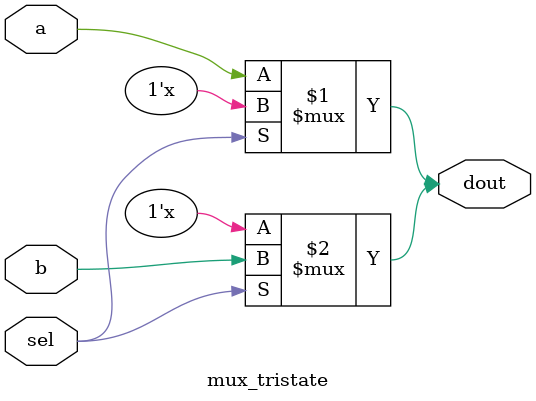
<source format=v>
module mux_tristate(
    input a,
    input b,
    input sel,
    output dout
);

bufif0 B0(dout, a, sel);
bufif1 B1(dout, b, sel);

endmodule
</source>
